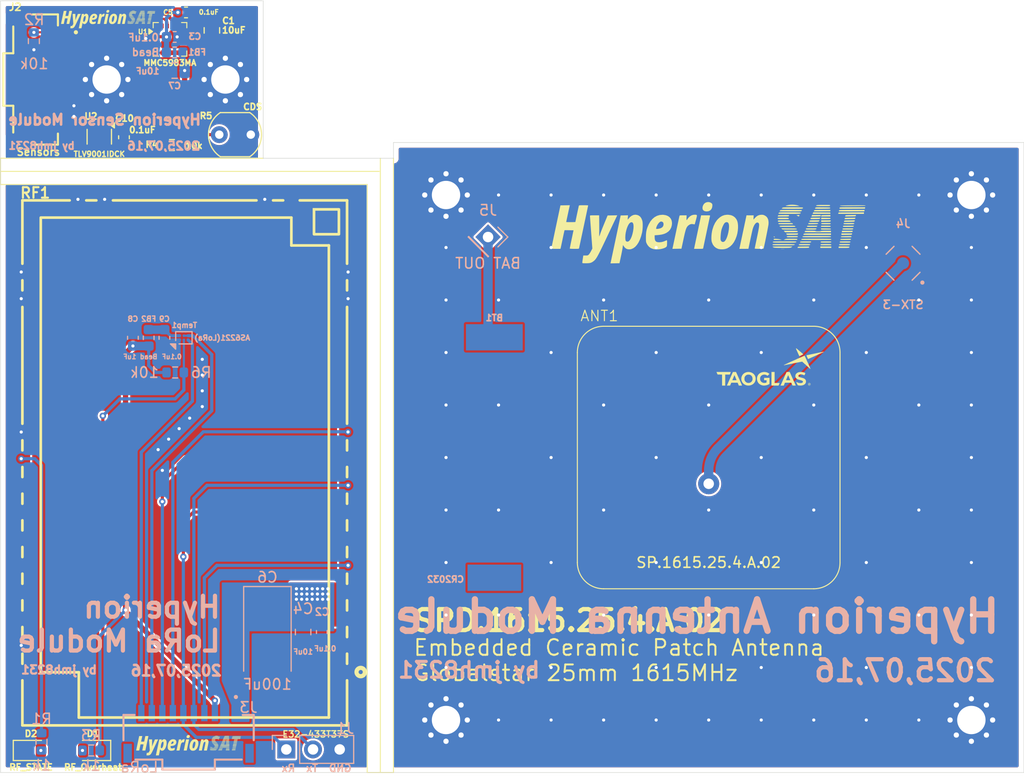
<source format=kicad_pcb>
(kicad_pcb (version 20241229) (generator "pcbnew") (generator_version "9.0")
  (layers (0 "F.Cu" signal) (2 "B.Cu" signal) (13 "F.Paste" user) (15 "B.Paste" user) (5 "F.SilkS" user "F.Silkscreen") (7 "B.SilkS" user "B.Silkscreen") (1 "F.Mask" user) (3 "B.Mask" user) (25 "Edge.Cuts" user))
  (net 0 "")
  (net 1 "Net-(ANT1-A)")
  (net 2 "GND2")
  (net 3 "Net-(U1-CAP)")
  (net 4 "GND")
  (net 5 "Net-(U1-VDD)")
  (net 6 "+12V")
  (net 7 "+3.3V")
  (net 8 "Net-(Temp1-VDD)")
  (net 9 "MMC5983MA_SCK")
  (net 10 "Net-(D1-A)")
  (net 11 "MMC5983MA_INT")
  (net 12 "MMC5983MA_CS")
  (net 13 "MMC5983MA_MISO")
  (net 14 "RF_Rx")
  (net 15 "RF_Tx")
  (net 16 "RF_TEMP_INT")
  (net 17 "RF_RST")
  (net 18 "RF_M0")
  (net 19 "RF_M1")
  (net 20 "CDS_Bottom")
  (net 21 "RF_State")
  (net 22 "Net-(U2-+)")
  (net 34 "MMC5983MA_MOSI")
  (net 37 "Net-(D2-A)")
  (net 38 "AS6221_SDA")
  (net 39 "AS6221_SCL")
  (net 42 "+3.3VA")
  (net 43 "GND3")
  (net 44 "Net-(BT1-+)")
  (footprint "Package_TO_SOT_SMD:SOT-353_SC-70-5" (layer "F.Cu") (at 172.000001 49.45 -90)
    (property "Reference" "U2")
    (property "Value" "TLV9001IDCK")
  )
  (footprint "LOGO" (layer "F.Cu") (at 230 58.6)
    (property "Reference" "G***" (hide yes))
    (property "Value" "LOGO" (hide yes))
  )
  (footprint "Resistor_SMD:R_0603_1608Metric" (layer "F.Cu") (at 178.915 50.24)
    (property "Reference" "R4")
    (property "Value" "10k")
  )
  (footprint "LOGO" (layer "F.Cu") (at 172.85 38.25)
    (property "Reference" "G***" (hide yes))
    (property "Value" "LOGO" (hide yes))
  )
  (footprint "Capacitor_SMD:C_0603_1608Metric" (layer "F.Cu") (at 180.253 37.61 180)
    (property "Reference" "C5")
    (property "Value" "0.1uF")
  )
  (footprint "Capacitor_SMD:C_0805_2012Metric" (layer "F.Cu") (at 182.7168 39.321999 90)
    (property "Reference" "C1")
    (property "Value" "10uF")
  )
  (footprint "LED_SMD:LED_0805_2012Metric" (layer "F.Cu") (at 165.5 107.9)
    (property "Reference" "D2")
    (property "Value" "RF_STATE")
  )
  (footprint "PCB:E32-433T37S" (layer "F.Cu") (at 164.68055 55.51095)
    (property "Reference" "RF1")
    (property "Value" "E32-433T37S")
  )
  (footprint "Capacitor_SMD:C_0603_1608Metric" (layer "F.Cu") (at 174.350001 49.5 90)
    (property "Reference" "C10")
    (property "Value" "0.1uF")
  )
  (footprint "PCB:SP.1615.25.4.A.02" (layer "F.Cu") (at 230 80)
    (property "Reference" "ANT1")
    (property "Value" "SP.1615.25.4.A.02")
  )
  (footprint "PCB:SAMTEC_T1M-10-F-SH-L-K" (layer "F.Cu") (at 168.237502 44 -90)
    (property "Reference" "J2")
    (property "Value" "Sensors")
  )
  (footprint "LED_SMD:LED_0805_2012Metric" (layer "F.Cu") (at 171.4 107.9 180)
    (property "Reference" "D1")
    (property "Value" "RF_Overheat")
  )
  (footprint "MountingHole:MountingHole_2.7mm_M2.5_Pad_Via" (layer "F.Cu") (at 172.700001 44 -90)
    (property "Reference" "H5" (hide yes))
    (property "Value" "MountingHole_Pad")
  )
  (footprint "MountingHole:MountingHole_2.7mm_M2.5_Pad_Via" (layer "F.Cu") (at 184.000001 44.000001 -90)
    (property "Reference" "H6" (hide yes))
    (property "Value" "MountingHole_Pad")
  )
  (footprint "MountingHole:MountingHole_2.7mm_M2.5_Pad_Via" (layer "F.Cu") (at 205 55)
    (property "Reference" "H1" (hide yes))
    (property "Value" "MountingHole_Pad" (hide yes))
  )
  (footprint "OptoDevice:R_LDR_5.0x4.1mm_P3mm_Vertical" (layer "F.Cu") (at 183.42 49.25)
    (property "Reference" "R5")
    (property "Value" "CDS")
  )
  (footprint "Package_LGA:LGA-16_3x3mm_P0.5mm" (layer "F.Cu") (at 178.729 40.1754)
    (property "Reference" "U1")
    (property "Value" "MMC5983MA")
  )
  (footprint "MountingHole:MountingHole_2.7mm_M2.5_Pad_Via" (layer "F.Cu") (at 255 105)
    (property "Reference" "H4" (hide yes))
    (property "Value" "MountingHole_Pad" (hide yes))
  )
  (footprint "LOGO" (layer "F.Cu") (at 180.5 107.4)
    (property "Reference" "G***" (hide yes))
    (property "Value" "LOGO" (hide yes))
  )
  (footprint "MountingHole:MountingHole_2.7mm_M2.5_Pad_Via" (layer "F.Cu") (at 255 55)
    (property "Reference" "H2" (hide yes))
    (property "Value" "MountingHole_Pad" (hide yes))
  )
  (footprint "MountingHole:MountingHole_2.7mm_M2.5_Pad_Via" (layer "F.Cu") (at 205 105)
    (property "Reference" "H3" (hide yes))
    (property "Value" "MountingHole_Pad" (hide yes))
  )
  (footprint "Resistor_SMD:R_0603_1608Metric" (layer "B.Cu") (at 165.775 40.34 -90)
    (property "Reference" "R2")
    (property "Value" "10k")
  )
  (footprint "Connector_PinHeader_2.54mm:PinHeader_1x03_P2.54mm_Vertical" (layer "B.Cu") (at 189.8 107.8 -90)
    (property "Reference" "J1")
    (property "Value" "RF_UART")
  )
  (footprint "PCB:LINX_CONMMCX001-SMD-T" (layer "B.Cu") (at 248.5 61.5 135)
    (property "Reference" "J4")
    (property "Value" "STX-3")
  )
  (footprint "Capacitor_SMD:C_0603_1608Metric" (layer "B.Cu") (at 193.18045 96.6209 -90)
    (property "Reference" "C2")
    (property "Value" "0.1uF")
  )
  (footprint "Capacitor_SMD:C_0603_1608Metric" (layer "B.Cu") (at 175.2 68.6 -90)
    (property "Reference" "C8")
    (property "Value" "1uF")
  )
  (footprint "Resistor_SMD:R_0603_1608Metric" (layer "B.Cu") (at 171.225 107.9 180)
    (property "Reference" "R3")
    (property "Value" "1k")
  )
  (footprint "PCB:BAT-HLD-001" (layer "B.Cu") (at 209.6 80 -90)
    (property "Reference" "BT1")
    (property "Value" "CR2032")
  )
  (footprint "Inductor_SMD:L_0603_1608Metric" (layer "B.Cu") (at 179.1738 41.42)
    (property "Reference" "FB1")
    (property "Value" "Bead")
  )
  (footprint "Capacitor_SMD:C_0805_2012Metric" (layer "B.Cu") (at 179.1738 43.1472 180)
    (property "Reference" "C7")
    (property "Value" "10uF")
  )
  (footprint "Resistor_SMD:R_0603_1608Metric" (layer "B.Cu") (at 166.5 107.075 -90)
    (property "Reference" "R1")
    (property "Value" "1k")
  )
  (footprint "Capacitor_Tantalum_SMD:CP_EIA-7343-43_Kemet-X" (layer "B.Cu") (at 188 96.7 -90)
    (property "Reference" "C6")
    (property "Value" "100uF")
  )
  (footprint "Inductor_SMD:L_0603_1608Metric" (layer "B.Cu") (at 176.7 68.6 90)
    (property "Reference" "FB2")
    (property "Value" "Bead")
  )
  (footprint "Resistor_SMD:R_0603_1608Metric" (layer "B.Cu") (at 179.225 71.9)
    (property "Reference" "R6")
    (property "Value" "10k")
  )
  (footprint "PCB:SAMTEC_T1M-10-F-SH-L-K" (layer "B.Cu") (at 180.5 104.3425 180)
    (property "Reference" "J3")
    (property "Value" "LoRa")
  )
  (footprint "Capacitor_SMD:C_0603_1608Metric" (layer "B.Cu") (at 179.1738 39.9468 180)
    (property "Reference" "C3")
    (property "Value" "0.1uF")
  )
  (footprint "Capacitor_SMD:C_0603_1608Metric" (layer "B.Cu") (at 178.2 68.6 -90)
    (property "Reference" "C9")
    (property "Value" "0.1uF")
  )
  (footprint "Connector_PinHeader_2.54mm:PinHeader_1x01_P2.54mm_Vertical" (layer "B.Cu") (at 209 59 135)
    (property "Reference" "J5")
    (property "Value" "BAT OUT")
  )
  (footprint "Capacitor_SMD:C_0805_2012Metric" (layer "B.Cu") (at 191.4 96.6209 -90)
    (property "Reference" "C4")
    (property "Value" "10uF")
  )
  (footprint "Package_CSP:WLCSP-6_1.4x1.0mm_P0.4mm" (layer "B.Cu") (at 180.05 68.6)
    (property "Reference" "Temp1")
    (property "Value" "AS6221(LoRa)")
  )
  (gr_rect (start 190.26 92) (end 196.6 96) (stroke (width 0.2)) (fill yes) (layer "F.Cu") (net 6))
  (gr_poly (pts (xy 186.196 105.081) (xy 186.196 101.525) (xy 186.196 96.445) (xy 183.76 96.45) (xy 183.76 101.271) (xy 184.672 103.557) (xy 184.672 105.081)) (stroke (width 0.2)) (fill yes) (layer "B.Cu") (net 6))
  (gr_rect (start 183.76 92) (end 194.26 96.45) (stroke (width 0.2)) (fill yes) (layer "B.Cu") (net 6))
  (gr_line (start 197.5 54) (end 162.6 54) (stroke (width 0.1)) (layer "F.SilkS"))
  (gr_line (start 162.6 54) (end 162.6 51.5) (stroke (width 0.1)) (layer "F.SilkS"))
  (gr_line (start 198.75 110) (end 198.75 51.5) (stroke (width 0.1)) (layer "F.SilkS"))
  (gr_line (start 197.5 110) (end 197.5 54) (stroke (width 0.1)) (layer "F.SilkS"))
  (gr_line (start 200 51.5) (end 200 110) (stroke (width 0.1)) (layer "F.SilkS"))
  (gr_line (start 162.6 52.75) (end 198.7 52.75) (stroke (width 0.1)) (layer "F.SilkS"))
  (gr_line (start 187.600001 51.5) (end 162.6 51.5) (stroke (width 0.1)) (layer "F.SilkS"))
  (gr_line (start 197.5 110) (end 200 110) (stroke (width 0.1)) (layer "F.SilkS"))
  (gr_line (start 260 110) (end 260 50) (stroke (width 0.05)) (layer "Edge.Cuts"))
  (gr_line (start 200 51.5) (end 187.6 51.5) (stroke (width 0.05)) (layer "Edge.Cuts"))
  (gr_line (start 260 50) (end 200 50) (stroke (width 0.05)) (layer "Edge.Cuts"))
  (gr_line (start 162.600001 36.5) (end 162.6 110) (stroke (width 0.05)) (layer "Edge.Cuts"))
  (gr_line (start 187.6 50) (end 187.600001 36.5) (stroke (width 0.05)) (layer "Edge.Cuts"))
  (gr_line (start 162.6 110) (end 260 110) (stroke (width 0.05)) (layer "Edge.Cuts"))
  (gr_line (start 200 50) (end 200 51.5) (stroke (width 0.05)) (layer "Edge.Cuts"))
  (gr_line (start 187.600001 36.5) (end 162.6 36.5) (stroke (width 0.05)) (layer "Edge.Cuts"))
  (gr_line (start 187.6 51.5) (end 187.6 50) (stroke (width 0.05)) (layer "Edge.Cuts"))
  (gr_text "SPD.1615.25.4.A.02" (at 201.7 96.7 0) (layer "F.SilkS") (effects (font (size 2 2) (thickness 0.4) (bold yes)) (justify left bottom)))
  (gr_text "Embedded Ceramic Patch Antenna\nGlobalstar 25mm 1615MHz" (at 201.8 101.4 0) (layer "F.SilkS") (effects (font (size 1.5 1.5) (thickness 0.1875)) (justify left bottom)))
  (gr_text "GND  Tx  Rx" (at 196.1 110 0) (layer "B.SilkS") (effects (font (size 0.7 0.7)) (justify left bottom mirror)))
  (gr_text "by jmh8231" (at 214.1 101.119 0) (layer "B.SilkS") (effects (font (size 1.5 1.5) (thickness 0.3) (bold yes)) (justify left bottom mirror)))
  (gr_text "2025,07,16" (at 183.76 100.89 0) (layer "B.SilkS") (effects (font (size 1 1) (thickness 0.25) (bold yes)) (justify left bottom mirror)))
  (gr_text "2025,07,16" (at 257.5 101.475 0) (layer "B.SilkS") (effects (font (size 2 2) (thickness 0.4) (bold yes)) (justify left bottom mirror)))
  (gr_text "by jmh8231" (at 171.88 100.69 0) (layer "B.SilkS") (effects (font (size 0.8 0.8) (thickness 0.2) (bold yes)) (justify left bottom mirror)))
  (gr_text "Hyperion \nLoRa Module" (at 183.75 98.65 0) (layer "B.SilkS") (effects (font (size 2 2) (thickness 0.4) (bold yes)) (justify left bottom mirror)))
  (gr_text "by jmh8231" (at 169.76 50.72 0) (layer "B.SilkS") (effects (font (size 0.7 0.7) (thickness 0.175) (bold yes)) (justify left bottom mirror)))
  (gr_text "2025,07,16" (at 181.67 50.8 0) (layer "B.SilkS") (effects (font (size 0.8 0.8) (thickness 0.2) (bold yes)) (justify left bottom mirror)))
  (gr_text "Hyperion Antenna Module" (at 258 96.903 0) (layer "B.SilkS") (effects (font (size 3 3) (thickness 0.6) (bold yes)) (justify left bottom mirror)))
  (gr_text "Hyperion Sensor Module" (at 181.81 48.42 0) (layer "B.SilkS") (effects (font (size 1 1) (thickness 0.25) (bold yes)) (justify left bottom mirror)))
  (segment (start 230 82.5) (end 230 81.242641) (width 0.8887) (layer "B.Cu") (net 1))
  (segment (start 230.87868 79.12132) (end 248.5 61.5) (width 0.8887) (layer "B.Cu") (net 1))
  (arc (start 230 81.242641) (mid 230.228362 80.09459) (end 230.87868 79.12132) (width 0.8887) (layer "B.Cu") (net 1))
  (via (at 181.8 72.15) (size 0.6) (drill 0.3) (layers "F.Cu" "B.Cu") (net 2))
  (via (at 164.56965 77.57245) (size 0.6) (drill 0.3) (layers "F.Cu" "B.Cu") (net 2))
  (via (at 178 81.225) (size 0.6) (drill 0.3) (layers "F.Cu" "B.Cu") (net 2))
  (via (at 164.56965 62.33245) (size 0.6) (drill 0.3) (layers "F.Cu" "B.Cu") (net 2))
  (via (at 164.56965 64.87245) (size 0.6) (drill 0.3) (layers "F.Cu" "B.Cu") (net 2))
  (via (at 177.6 79.25) (size 0.6) (drill 0.3) (layers "F.Cu" "B.Cu") (net 2))
  (via (at 164.56965 97.89245) (size 0.6) (drill 0.3) (layers "F.Cu" "B.Cu") (net 2))
  (via (at 195.67955 62.33245) (size 0.6) (drill 0.3) (layers "F.Cu" "B.Cu") (net 2))
  (via (at 179.6 77.25) (size 0.6) (drill 0.3) (layers "F.Cu" "B.Cu") (net 2))
  (via (at 187.74935 55.41215) (size 0.6) (drill 0.3) (layers "F.Cu" "B.Cu") (net 2))
  (via (at 181.8 73.65) (size 0.6) (drill 0.3) (layers "F.Cu" "B.Cu") (net 2))
  (via (at 180.6 76.25) (size 0.6) (drill 0.3) (layers "F.Cu" "B.Cu") (net 2))
  (via (at 172.50935 55.41215) (size 0.6) (drill 0.3) (layers "F.Cu" "B.Cu") (net 2))
  (via (at 169.96935 55.41215) (size 0.6) (drill 0.3) (layers "F.Cu" "B.Cu") (net 2))
  (via (at 181.8 70.65) (size 0.6) (drill 0.3) (layers "F.Cu" "B.Cu") (net 2))
  (via (at 178.6 78.25) (size 0.6) (drill 0.3) (layers "F.Cu" "B.Cu") (net 2))
  (via (at 181.8 75.15) (size 0.6) (drill 0.3) (layers "F.Cu" "B.Cu") (net 2))
  (via (at 195.67955 64.87245) (size 0.6) (drill 0.3) (layers "F.Cu" "B.Cu") (net 2))
  (segment (start 194.879999 107.8) (end 193.311499 109.3685) (width 0.2) (layer "B.Cu") (net 2))
  (segment (start 185.451 109.399) (end 165.549 109.399) (width 0.2) (layer "B.Cu") (net 2))
  (segment (start 165.549 109.399) (end 164.6 108.45) (width 0.2) (layer "B.Cu") (net 2))
  (segment (start 185.5185 109.3685) (end 185.5 109.35) (width 0.2) (layer "B.Cu") (net 2))
  (segment (start 179.65 68.8) (end 178.775 68.8) (width 0.3) (layer "B.Cu") (net 2))
  (segment (start 185.5 109.35) (end 185.451 109.399) (width 0.2) (layer "B.Cu") (net 2))
  (segment (start 164.6 108.45) (end 164.6 97.9228) (width 0.2) (layer "B.Cu") (net 2))
  (segment (start 178.775 68.8) (end 178.2 69.375) (width 0.3) (layer "B.Cu") (net 2))
  (segment (start 193.311499 109.3685) (end 185.5185 109.3685) (width 0.2) (layer "B.Cu") (net 2))
  (segment (start 164.6 97.9228) (end 164.56965 97.89245) (width 0.2) (layer "B.Cu") (net 2))
  (segment (start 182.563398 40.4254) (end 182.7168 40.271998) (width 0.3) (layer "F.Cu") (net 3))
  (segment (start 180.004 40.4254) (end 182.563398 40.4254) (width 0.3) (layer "F.Cu") (net 3))
  (segment (start 181.1634 39.9254) (end 182.7168 38.372) (width 0.3) (layer "F.Cu") (net 4))
  (segment (start 180.004 39.9254) (end 181.1634 39.9254) (width 0.3) (layer "F.Cu") (net 4))
  (segment (start 180.004 39.9254) (end 179.422822 39.9254) (width 0.3) (layer "F.Cu") (net 4))
  (segment (start 179.422822 39.9254) (end 179.407767 39.940455) (width 0.3) (layer "F.Cu") (net 4))
  (via (at 169.585 46.5) (size 0.6) (drill 0.3) (layers "F.Cu" "B.Cu") (net 4))
  (via (at 165.775 41.165) (size 0.6) (drill 0.3) (layers "F.Cu" "B.Cu") (net 4))
  (via (at 169.585 47.516) (size 0.6) (drill 0.3) (layers "F.Cu" "B.Cu") (net 4))
  (via (at 179.407767 39.940455) (size 0.6) (drill 0.3) (layers "F.Cu" "B.Cu") (net 4))
  (via (at 176.43 40.09) (size 0.6) (drill 0.3) (layers "F.Cu" "B.Cu") (net 4))
  (segment (start 177.454 39.9254) (end 178.3774 39.9254) (width 0.3) (layer "F.Cu") (net 5))
  (segment (start 179.479 37.611) (end 179.478 37.61) (width 0.3) (layer "F.Cu") (net 5))
  (segment (start 179.479 38.9004) (end 179.479 37.611) (width 0.3) (layer "F.Cu") (net 5))
  (segment (start 178.3774 39.9254) (end 178.3988 39.9468) (width 0.3) (layer "F.Cu") (net 5))
  (via (at 178.3988 39.9468) (size 0.6) (drill 0.3) (layers "F.Cu" "B.Cu") (net 5))
  (via (at 179.478 37.61) (size 0.6) (drill 0.3) (layers "F.Cu" "B.Cu") (net 5))
  (segment (start 178.3988 38.118) (end 178.9068 37.61) (width 0.3) (layer "B.Cu") (net 5))
  (segment (start 178.3988 41.407499) (end 178.386299 41.42) (width 0.5) (layer "B.Cu") (net 5))
  (segment (start 178.3988 39.9468) (end 178.3988 38.118) (width 0.3) (layer "B.Cu") (net 5))
  (segment (start 178.3988 39.9468) (end 178.3988 41.407499) (width 0.5) (layer "B.Cu") (net 5))
  (segment (start 178.9068 37.61) (end 179.478 37.61) (width 0.3) (layer "B.Cu") (net 5))
  (via (at 192.26 93) (size 0.6) (drill 0.3) (layers "F.Cu" "B.Cu") (net 6))
  (via (at 193.26 92.5) (size 0.6) (drill 0.3) (layers "F.Cu" "B.Cu") (net 6))
  (via (at 192.76 93) (size 0.6) (drill 0.3) (layers "F.Cu" "B.Cu") (net 6))
  (via (at 190.76 93) (size 0.6) (drill 0.3) (layers "F.Cu" "B.Cu") (net 6))
  (via (at 191.26 93.5) (size 0.6) (drill 0.3) (layers "F.Cu" "B.Cu") (net 6))
  (via (at 191.76 92.5) (size 0.6) (drill 0.3) (layers "F.Cu" "B.Cu") (net 6))
  (via (at 193.76 93) (size 0.6) (drill 0.3) (layers "F.Cu" "B.Cu") (net 6))
  (via (at 190.76 92.5) (size 0.6) (drill 0.3) (layers "F.Cu" "B.Cu") (net 6))
  (via (at 192.26 93.5) (size 0.6) (drill 0.3) (layers "F.Cu" "B.Cu") (net 6))
  (via (at 191.26 93) (size 0.6) (drill 0.3) (layers "F.Cu" "B.Cu") (net 6))
  (via (at 193.26 93) (size 0.6) (drill 0.3) (layers "F.Cu" "B.Cu") (net 6))
  (via (at 193.76 93.5) (size 0.6) (drill 0.3) (layers "F.Cu" "B.Cu") (net 6))
  (via (at 192.76 92.5) (size 0.6) (drill 0.3) (layers "F.Cu" "B.Cu") (net 6))
  (via (at 192.26 92.5) (size 0.6) (drill 0.3) (layers "F.Cu" "B.Cu") (net 6))
  (via (at 190.76 93.5) (size 0.6) (drill 0.3) (layers "F.Cu" "B.Cu") (net 6))
  (via (at 192.76 93.5) (size 0.6) (drill 0.3) (layers "F.Cu" "B.Cu") (net 6))
  (via (at 191.26 92.5) (size 0.6) (drill 0.3) (layers "F.Cu" "B.Cu") (net 6))
  (via (at 193.76 92.5) (size 0.6) (drill 0.3) (layers "F.Cu" "B.Cu") (net 6))
  (via (at 191.76 93) (size 0.6) (drill 0.3) (layers "F.Cu" "B.Cu") (net 6))
  (via (at 191.76 93.5) (size 0.6) (drill 0.3) (layers "F.Cu" "B.Cu") (net 6))
  (via (at 193.26 93.5) (size 0.6) (drill 0.3) (layers "F.Cu" "B.Cu") (net 6))
  (segment (start 167.2068 45.5) (end 168.237502 45.5) (width 0.5) (layer "F.Cu") (net 7))
  (segment (start 180.123799 44.470201) (end 180.123799 43.1472) (width 0.5) (layer "F.Cu") (net 7))
  (segment (start 168.237502 44.499999) (end 168.712502 44.499999) (width 0.5) (layer "F.Cu") (net 7))
  (segment (start 174.350001 50.275) (end 178.055 50.275) (width 0.3) (layer "F.Cu") (net 7))
  (segment (start 171.363503 47.151) (end 177.443 47.151) (width 0.5) (layer "F.Cu") (net 7))
  (segment (start 177.443 47.151) (end 180.123799 44.470201) (width 0.5) (layer "F.Cu") (net 7))
  (segment (start 172.650001 50.4) (end 174.225001 50.4) (width 0.3) (layer "F.Cu") (net 7))
  (segment (start 174.350001 50.726599) (end 173.8776 51.199) (width 0.5) (layer "F.Cu") (net 7))
  (segment (start 168.712502 44.499999) (end 171.363503 47.151) (width 0.5) (layer "F.Cu") (net 7))
  (segment (start 178.055 50.275) (end 178.09 50.24) (width 0.3) (layer "F.Cu") (net 7))
  (segment (start 174.225001 50.4) (end 174.350001 50.275) (width 0.3) (layer "F.Cu") (net 7))
  (segment (start 168.237502 45.5) (end 168.237502 44.499999) (width 0.5) (layer "F.Cu") (net 7))
  (segment (start 167.0704 51.199) (end 165.8766 50.0052) (width 0.5) (layer "F.Cu") (net 7))
  (segment (start 165.8766 50.0052) (end 165.8766 46.8302) (width 0.5) (layer "F.Cu") (net 7))
  (segment (start 174.350001 50.275) (end 174.350001 50.726599) (width 0.5) (layer "F.Cu") (net 7))
  (segment (start 173.8776 51.199) (end 167.0704 51.199) (width 0.5) (layer "F.Cu") (net 7))
  (segment (start 165.8766 46.8302) (end 167.2068 45.5) (width 0.5) (layer "F.Cu") (net 7))
  (via (at 180.123799 43.1472) (size 0.6) (drill 0.3) (layers "F.Cu" "B.Cu") (net 7))
  (segment (start 179.961301 41.42) (end 179.961301 42.984702) (width 0.5) (layer "B.Cu") (net 7))
  (segment (start 179.961301 42.984702) (end 180.123799 43.1472) (width 0.5) (layer "B.Cu") (net 7))
  (segment (start 178.2 67.825) (end 176.712501 67.825) (width 0.8) (layer "B.Cu") (net 8))
  (segment (start 178.775 68.4) (end 178.2 67.825) (width 0.3) (layer "B.Cu") (net 8))
  (segment (start 176.712501 67.825) (end 176.7 67.812499) (width 0.8) (layer "B.Cu") (net 8))
  (segment (start 179.65 68.4) (end 178.775 68.4) (width 0.3) (layer "B.Cu") (net 8))
  (segment (start 171.818814 39.4254) (end 177.454 39.4254) (width 0.2) (layer "F.Cu") (net 9))
  (segment (start 169.622893 41.207107) (end 171.111707 39.718293) (width 0.2) (layer "F.Cu") (net 9))
  (segment (start 168.237502 41.5) (end 168.915786 41.5) (width 0.2) (layer "F.Cu") (net 9))
  (arc (start 171.111707 39.718293) (mid 171.43613 39.50152) (end 171.818814 39.4254) (width 0.2) (layer "F.Cu") (net 9))
  (arc (start 169.622893 41.207107) (mid 169.29847 41.42388) (end 168.915786 41.5) (width 0.2) (layer "F.Cu") (net 9))
  (via (at 170.4 107.9) (size 0.6) (drill 0.3) (layers "F.Cu" "B.Cu") (net 10))
  (segment (start 165.790001 39.499999) (end 165.775 39.515) (width 0.2) (layer "F.Cu") (net 11))
  (segment (start 178.15 38.22) (end 178.479 38.549) (width 0.2) (layer "F.Cu") (net 11))
  (segment (start 170.052894 39.207106) (end 170.747107 38.512893) (width 0.2) (layer "F.Cu") (net 11))
  (segment (start 168.237502 39.499999) (end 169.345787 39.499999) (width 0.2) (layer "F.Cu") (net 11))
  (segment (start 171.454214 38.22) (end 178.15 38.22) (width 0.2) (layer "F.Cu") (net 11))
  (segment (start 178.479 38.549) (end 178.479 38.9004) (width 0.2) (layer "F.Cu") (net 11))
  (segment (start 168.237502 39.499999) (end 165.790001 39.499999) (width 0.2) (layer "F.Cu") (net 11))
  (via (at 165.775 39.515) (size 0.6) (drill 0.3) (layers "F.Cu" "B.Cu") (net 11))
  (arc (start 170.747107 38.512893) (mid 171.07153 38.29612) (end 171.454214 38.22) (width 0.2) (layer "F.Cu") (net 11))
  (arc (start 169.345787 39.499999) (mid 169.728471 39.423879) (end 170.052894 39.207106) (width 0.2) (layer "F.Cu") (net 11))
  (segment (start 168.237502 42.5) (end 168.625786 42.5) (width 0.2) (layer "F.Cu") (net 12))
  (segment (start 171.774214 40.18) (end 175.225786 40.18) (width 0.2) (layer "F.Cu") (net 12))
  (segment (start 176.799614 40.9254) (end 177.454 40.9254) (width 0.2) (layer "F.Cu") (net 12))
  (segment (start 175.932893 40.472893) (end 176.092507 40.632507) (width 0.2) (layer "F.Cu") (net 12))
  (segment (start 169.332893 42.207107) (end 171.067107 40.472893) (width 0.2) (layer "F.Cu") (net 12))
  (arc (start 175.225786 40.18) (mid 175.608469 40.25612) (end 175.932893 40.472893) (width 0.2) (layer "F.Cu") (net 12))
  (arc (start 171.067107 40.472893) (mid 171.39153 40.25612) (end 171.774214 40.18) (width 0.2) (layer "F.Cu") (net 12))
  (arc (start 169.332893 42.207107) (mid 169.00847 42.42388) (end 168.625786 42.5) (width 0.2) (layer "F.Cu") (net 12))
  (arc (start 176.799614 40.9254) (mid 176.416931 40.84928) (end 176.092507 40.632507) (width 0.2) (layer "F.Cu") (net 12))
  (segment (start 168.769999 43.500001) (end 171.137107 41.132893) (width 0.2) (layer "F.Cu") (net 13))
  (segment (start 168.237502 43.500001) (end 168.769999 43.500001) (width 0.2) (layer "F.Cu") (net 13))
  (segment (start 175.212093 41.132893) (end 175.236707 41.157507) (width 0.2) (layer "F.Cu") (net 13))
  (segment (start 171.844214 40.84) (end 174.504986 40.84) (width 0.2) (layer "F.Cu") (net 13))
  (segment (start 175.943814 41.4504) (end 177.979 41.4504) (width 0.2) (layer "F.Cu") (net 13))
  (arc (start 171.137107 41.132893) (mid 171.46153 40.91612) (end 171.844214 40.84) (width 0.2) (layer "F.Cu") (net 13))
  (arc (start 175.236707 41.157507) (mid 175.56113 41.37428) (end 175.943814 41.4504) (width 0.2) (layer "F.Cu") (net 13))
  (arc (start 175.212093 41.132893) (mid 174.88767 40.91612) (end 174.504986 40.84) (width 0.2) (layer "F.Cu") (net 13))
  (via (at 195.67955 82.65245) (size 0.6) (drill 0.3) (layers "F.Cu" "B.Cu") (net 14))
  (segment (start 190.44 105.9) (end 192.34 107.8) (width 0.3) (layer "B.Cu") (net 14))
  (segment (start 181.482499 105.9) (end 190.44 105.9) (width 0.3) (layer "B.Cu") (net 14))
  (segment (start 180.999999 83.900001) (end 182.25 82.65) (width 0.3) (layer "B.Cu") (net 14))
  (segment (start 195.6771 82.65) (end 195.67955 82.65245) (width 0.3) (layer "B.Cu") (net 14))
  (segment (start 180.999999 104.3425) (end 180.999999 83.900001) (width 0.3) (layer "B.Cu") (net 14))
  (segment (start 180.999999 104.3425) (end 180.999999 105.4175) (width 0.3) (layer "B.Cu") (net 14))
  (segment (start 182.25 82.65) (end 195.6771 82.65) (width 0.3) (layer "B.Cu") (net 14))
  (segment (start 180.999999 105.4175) (end 181.482499 105.9) (width 0.3) (layer "B.Cu") (net 14))
  (segment (start 180 89.45) (end 180 86.15) (width 0.3) (layer "F.Cu") (net 15))
  (segment (start 180.95755 85.19245) (end 195.67955 85.19245) (width 0.3) (layer "F.Cu") (net 15))
  (segment (start 180 86.15) (end 180.95755 85.19245) (width 0.3) (layer "F.Cu") (net 15))
  (via (at 180 89.45) (size 0.6) (drill 0.3) (layers "F.Cu" "B.Cu") (net 15))
  (segment (start 181.232501 106.65) (end 188.65 106.65) (width 0.3) (layer "B.Cu") (net 15))
  (segment (start 180.000001 104.3425) (end 180.000001 105.4175) (width 0.3) (layer "B.Cu") (net 15))
  (segment (start 180.000001 105.4175) (end 181.232501 106.65) (width 0.3) (layer "B.Cu") (net 15))
  (segment (start 180.000001 104.3425) (end 180 89.45) (width 0.3) (layer "B.Cu") (net 15))
  (segment (start 189.8 107.7868) (end 189.8 107.8) (width 0.3) (layer "B.Cu") (net 15))
  (segment (start 188.65 106.65) (end 189.8 107.8) (width 0.3) (layer "B.Cu") (net 15))
  (segment (start 172.337501 76.030899) (end 172.337501 107.9) (width 0.3) (layer "F.Cu") (net 16))
  (via (at 172.337501 76.030899) (size 0.6) (drill 0.3) (layers "F.Cu" "B.Cu") (net 16))
  (segment (start 179.2116 74.4146) (end 173.9538 74.4146) (width 0.3) (layer "B.Cu") (net 16))
  (segment (start 180.05 73.5762) (end 180.05 71.9) (width 0.3) (layer "B.Cu") (net 16))
  (segment (start 173.9538 74.4146) (end 172.337501 76.030899) (width 0.3) (layer "B.Cu") (net 16))
  (segment (start 179.2116 74.4146) (end 180.05 73.5762) (width 0.3) (layer "B.Cu") (net 16))
  (segment (start 180.05 68.799999) (end 180.05 71.9) (width 0.2) (layer "B.Cu") (net 16))
  (via (at 195.67955 90.27245) (size 0.6) (drill 0.3) (layers "F.Cu" "B.Cu") (net 17))
  (segment (start 182 91.4636) (end 183.19115 90.27245) (width 0.3) (layer "B.Cu") (net 17))
  (segment (start 183.19115 90.27245) (end 195.67955 90.27245) (width 0.3) (layer "B.Cu") (net 17))
  (segment (start 182 104.3425) (end 182 91.4636) (width 0.3) (layer "B.Cu") (net 17))
  (via (at 195.6713 77.5642) (size 0.6) (drill 0.3) (layers "F.Cu" "B.Cu") (net 18))
  (segment (start 195.6571 77.55) (end 195.6713 77.5642) (width 0.3) (layer "B.Cu") (net 18))
  (segment (start 179 80.45) (end 181.9 77.55) (width 0.3) (layer "B.Cu") (net 18))
  (segment (start 181.9 77.55) (end 195.6571 77.55) (width 0.3) (layer "B.Cu") (net 18))
  (segment (start 179 104.3425) (end 179 80.45) (width 0.3) (layer "B.Cu") (net 18))
  (segment (start 195.6713 77.5642) (end 195.67955 77.57245) (width 0.3) (layer "B.Cu") (net 18))
  (segment (start 178 84.2) (end 178 82.35) (width 0.3) (layer "F.Cu") (net 19))
  (segment (start 180.23755 80.11245) (end 195.67955 80.11245) (width 0.3) (layer "F.Cu") (net 19))
  (segment (start 178 82.35) (end 180.23755 80.11245) (width 0.3) (layer "F.Cu") (net 19))
  (via (at 178 84.2) (size 0.6) (drill 0.3) (layers "F.Cu" "B.Cu") (net 19))
  (segment (start 178 104.3425) (end 178 84.2) (width 0.3) (layer "B.Cu") (net 19))
  (segment (start 171.350001 50.4) (end 171.350001 48.5) (width 0.5) (layer "F.Cu") (net 20))
  (segment (start 171.350001 48.5) (end 168.237502 48.500001) (width 0.5) (layer "F.Cu") (net 20))
  (via (at 164.56965 80.11245) (size 0.6) (drill 0.3) (layers "F.Cu" "B.Cu") (net 21))
  (segment (start 166.5 80.753) (end 165.85945 80.11245) (width 0.3) (layer "B.Cu") (net 21))
  (segment (start 166.5 106.25) (end 166.5 80.753) (width 0.3) (layer "B.Cu") (net 21))
  (segment (start 165.85945 80.11245) (end 164.56965 80.11245) (width 0.3) (layer "B.Cu") (net 21))
  (segment (start 183.42 49.25) (end 179.8044 49.25) (width 0.3) (layer "F.Cu") (net 22))
  (segment (start 178.3496 47.924) (end 179.74 49.3144) (width 0.3) (layer "F.Cu") (net 22))
  (segment (start 179.74 49.3144) (end 179.74 50.24) (width 0.3) (layer "F.Cu") (net 22))
  (segment (start 172.650001 48.5) (end 173.226001 47.924) (width 0.3) (layer "F.Cu") (net 22))
  (segment (start 179.8044 49.25) (end 179.74 49.3144) (width 0.3) (layer "F.Cu") (net 22))
  (segment (start 173.226001 47.924) (end 178.3496 47.924) (width 0.3) (layer "F.Cu") (net 22))
  (segment (start 171.643814 38.9004) (end 177.979 38.9004) (width 0.2) (layer "F.Cu") (net 34))
  (segment (start 168.237502 40.5) (end 169.215786 40.5) (width 0.2) (layer "F.Cu") (net 34))
  (segment (start 169.922893 40.207107) (end 170.936707 39.193293) (width 0.2) (layer "F.Cu") (net 34))
  (arc (start 169.922893 40.207107) (mid 169.59847 40.42388) (end 169.215786 40.5) (width 0.2) (layer "F.Cu") (net 34))
  (arc (start 170.936707 39.193293) (mid 171.26113 38.97652) (end 171.643814 38.9004) (width 0.2) (layer "F.Cu") (net 34))
  (via (at 166.437501 107.9) (size 0.6) (drill 0.3) (layers "F.Cu" "B.Cu") (net 37))
  (segment (start 182.701592 70.193392) (end 180.9082 68.4) (width 0.3) (layer "B.Cu") (net 38))
  (segment (start 177 104.3425) (end 177 81.249) (width 0.3) (layer "B.Cu") (net 38))
  (segment (start 177 81.249) (end 182.701592 75.547408) (width 0.3) (layer "B.Cu") (net 38))
  (segment (start 180.05 68.400001) (end 180.45 68.4) (width 0.2) (layer "B.Cu") (net 38))
  (segment (start 180.9082 68.4) (end 180.45 68.4) (width 0.3) (layer "B.Cu") (net 38))
  (segment (start 182.701592 75.547408) (end 182.701592 70.193392) (width 0.3) (layer "B.Cu") (net 38))
  (segment (start 175.999999 104.3425) (end 175.999999 79.491868) (width 0.3) (layer "B.Cu") (net 39))
  (segment (start 180.8576 69.2076) (end 180.45 68.8) (width 0.3) (layer "B.Cu") (net 39))
  (segment (start 175.999999 79.491868) (end 180.8626 74.629267) (width 0.3) (layer "B.Cu") (net 39))
  (segment (start 180.8626 69.2076) (end 180.8576 69.2076) (width 0.3) (layer "B.Cu") (net 39))
  (segment (start 180.8626 74.629267) (end 180.8626 69.2076) (width 0.3) (layer "B.Cu") (net 39))
  (segment (start 174.5 70.075) (end 175.2 69.375) (width 0.5) (layer "F.Cu") (net 42))
  (segment (start 174.5 94.65) (end 174.5 94.53) (width 0.5) (layer "F.Cu") (net 42))
  (segment (start 183 103.15) (end 174.5 94.65) (width 0.5) (layer "F.Cu") (net 42))
  (segment (start 174.5 94.53) (end 174.5 70.075) (width 0.5) (layer "F.Cu") (net 42))
  (via (at 174.5 94.53) (size 0.6) (drill 0.3) (layers "F.Cu" "B.Cu") (net 42))
  (via (at 183 103.15) (size 0.6) (drill 0.3) (layers "F.Cu" "B.Cu") (net 42))
  (via (at 175.2 69.375) (size 0.6) (drill 0.3) (layers "F.Cu" "B.Cu") (net 42))
  (segment (start 172.05 96.98) (end 174.5 94.53) (width 0.3) (layer "B.Cu") (net 42))
  (segment (start 172.05 107.9) (end 172.05 96.98) (width 0.3) (layer "B.Cu") (net 42))
  (segment (start 183 104.3425) (end 183 103.15) (width 0.5) (layer "B.Cu") (net 42))
  (segment (start 175.212501 69.387501) (end 175.2 69.375) (width 0.8) (layer "B.Cu") (net 42))
  (segment (start 176.7 71.2426) (end 177.3574 71.9) (width 0.3) (layer "B.Cu") (net 42))
  (segment (start 176.7 69.387501) (end 176.7 71.2426) (width 0.3) (layer "B.Cu") (net 42))
  (segment (start 176.7 69.387501) (end 175.212501 69.387501) (width 0.8) (layer "B.Cu") (net 42))
  (segment (start 177.3574 71.9) (end 178.4 71.9) (width 0.3) (layer "B.Cu") (net 42))
  (via (at 225 105) (size 0.6) (drill 0.3) (layers "F.Cu" "B.Cu") (net 43))
  (via (at 245 105) (size 0.6) (drill 0.3) (layers "F.Cu" "B.Cu") (net 43))
  (via (at 255 75) (size 0.6) (drill 0.3) (layers "F.Cu" "B.Cu") (net 43))
  (via (at 230 65) (size 0.6) (drill 0.3) (layers "F.Cu" "B.Cu") (net 43))
  (via (at 255 95) (size 0.6) (drill 0.3) (layers "F.Cu" "B.Cu") (net 43))
  (via (at 220 75) (size 0.6) (drill 0.3) (layers "F.Cu" "B.Cu") (net 43))
  (via (at 235 60) (size 0.6) (drill 0.3) (layers "F.Cu" "B.Cu") (net 43))
  (via (at 215 70) (size 0.6) (drill 0.3) (layers "F.Cu" "B.Cu") (net 43))
  (via (at 215 100) (size 0.6) (drill 0.3) (layers "F.Cu" "B.Cu") (net 43))
  (via (at 235 105) (size 0.6) (drill 0.3) (layers "F.Cu" "B.Cu") (net 43))
  (via (at 230 75) (size 0.6) (drill 0.3) (layers "F.Cu" "B.Cu") (net 43))
  (via (at 255 65) (size 0.6) (drill 0.3) (layers "F.Cu" "B.Cu") (net 43))
  (via (at 235 80) (size 0.6) (drill 0.3) (layers "F.Cu" "B.Cu") (net 43))
  (via (at 215 105) (size 0.6) (drill 0.3) (layers "F.Cu" "B.Cu") (net 43))
  (via (at 205 65) (size 0.6) (drill 0.3) (layers "F.Cu" "B.Cu") (net 43))
  (via (at 210 75) (size 0.6) (drill 0.3) (layers "F.Cu" "B.Cu") (net 43))
  (via (at 250 105) (size 0.6) (drill 0.3) (layers "F.Cu" "B.Cu") (net 43))
  (via (at 230 85) (size 0.6) (drill 0.3) (layers "F.Cu" "B.Cu") (net 43))
  (via (at 215 60) (size 0.6) (drill 0.3) (layers "F.Cu" "B.Cu") (net 43))
  (via (at 210 95) (size 0.6) (drill 0.3) (layers "F.Cu" "B.Cu") (net 43))
  (via (at 255 100) (size 0.6) (drill 0.3) (layers "F.Cu" "B.Cu") (net 43))
  (via (at 220 105) (size 0.6) (drill 0.3) (layers "F.Cu" "B.Cu") (net 43))
  (via (at 255 80) (size 0.6) (drill 0.3) (layers "F.Cu" "B.Cu") (net 43))
  (via (at 235 90) (size 0.6) (drill 0.3) (layers "F.Cu" "B.Cu") (net 43))
  (via (at 250 95) (size 0.6) (drill 0.3) (layers "F.Cu" "B.Cu") (net 43))
  (via (at 205 75) (size 0.6) (drill 0.3) (layers "F.Cu" "B.Cu") (net 43))
  (via (at 235 100) (size 0.6) (drill 0.3) (layers "F.Cu" "B.Cu") (net 43))
  (via (at 225 60) (size 0.6) (drill 0.3) (layers "F.Cu" "B.Cu") (net 43))
  (via (at 210 65) (size 0.6) (drill 0.3) (layers "F.Cu" "B.Cu") (net 43))
  (via (at 255 70) (size 0.6) (drill 0.3) (layers "F.Cu" "B.Cu") (net 43))
  (via (at 220 95) (size 0.6) (drill 0.3) (layers "F.Cu" "B.Cu") (net 43))
  (via (at 250 85) (size 0.6) (drill 0.3) (layers "F.Cu" "B.Cu") (net 43))
  (via (at 240 95) (size 0.6) (drill 0.3) (layers "F.Cu" "B.Cu") (net 43))
  (via (at 225 55) (size 0.6) (drill 0.3) (layers "F.Cu" "B.Cu") (net 43))
  (via (at 245 70) (size 0.6) (drill 0.3) (layers "F.Cu" "B.Cu") (net 43))
  (via (at 205 70) (size 0.6) (drill 0.3) (layers "F.Cu" "B.Cu") (net 43))
  (via (at 245 55) (size 0.6) (drill 0.3) (layers "F.Cu" "B.Cu") (net 43))
  (via (at 245 100) (size 0.6) (drill 0.3) (layers "F.Cu" "B.Cu") (net 43))
  (via (at 205 95) (size 0.6) (drill 0.3) (layers "F.Cu" "B.Cu") (net 43))
  (via (at 225 90) (size 0.6) (drill 0.3) (layers "F.Cu" "B.Cu") (net 43))
  (via (at 225 70) (size 0.6) (drill 0.3) (layers "F.Cu" "B.Cu") (net 43))
  (via (at 225 100) (size 0.6) (drill 0.3) (layers "F.Cu" "B.Cu") (net 43))
  (via (at 230 95) (size 0.6) (drill 0.3) (layers "F.Cu" "B.Cu") (net 43))
  (via (at 240 55) (size 0.6) (drill 0.3) (layers "F.Cu" "B.Cu") (net 43))
  (via (at 210 105) (size 0.6) (drill 0.3) (layers "F.Cu" "B.Cu") (net 43))
  (via (at 245 90) (size 0.6) (drill 0.3) (layers "F.Cu" "B.Cu") (net 43))
  (via (at 225 80) (size 0.6) (drill 0.3) (layers "F.Cu" "B.Cu") (net 43))
  (via (at 205 80) (size 0.6) (drill 0.3) (layers "F.Cu" "B.Cu") (net 43))
  (via (at 240 105) (size 0.6) (drill 0.3) (layers "F.Cu" "B.Cu") (net 43))
  (via (at 215 80) (size 0.6) (drill 0.3) (layers "F.Cu" "B.Cu") (net 43))
  (via (at 235 70) (size 0.6) (drill 0.3) (layers "F.Cu" "B.Cu") (net 43))
  (via (at 210 85) (size 0.6) (drill 0.3) (layers "F.Cu" "B.Cu") (net 43))
  (via (at 240 65) (size 0.6) (drill 0.3) (layers "F.Cu" "B.Cu") (net 43))
  (via (at 240 75) (size 0.6) (drill 0.3) (layers "F.Cu" "B.Cu") (net 43))
  (via (at 205 60) (size 0.6) (drill 0.3) (layers "F.Cu" "B.Cu") (net 43))
  (via (at 220 55) (size 0.6) (drill 0.3) (layers "F.Cu" "B.Cu") (net 43))
  (via (at 230 55) (size 0.6) (drill 0.3) (layers "F.Cu" "B.Cu") (net 43))
  (via (at 205 100) (size 0.6) (drill 0.3) (layers "F.Cu" "B.Cu") (net 43))
  (via (at 255 90) (size 0.6) (drill 0.3) (layers "F.Cu" "B.Cu") (net 43))
  (via (at 210 55) (size 0.6) (drill 0.3) (layers "F.Cu" "B.Cu") (net 43))
  (via (at 250 65) (size 0.6) (drill 0.3) (layers "F.Cu" "B.Cu") (net 43))
  (via (at 245 80) (size 0.6) (drill 0.3) (layers "F.Cu" "B.Cu") (net 43))
  (via (at 230 105) (size 0.6) (drill 0.3) (layers "F.Cu" "B.Cu") (net 43))
  (via (at 215 55) (size 0.6) (drill 0.3) (layers "F.Cu" "B.Cu") (net 43))
  (via (at 255 85) (size 0.6) (drill 0.3) (layers "F.Cu" "B.Cu") (net 43))
  (via (at 250 75) (size 0.6) (drill 0.3) (layers "F.Cu" "B.Cu") (net 43))
  (via (at 205 85) (size 0.6) (drill 0.3) (layers "F.Cu" "B.Cu") (net 43))
  (via (at 205 90) (size 0.6) (drill 0.3) (layers "F.Cu" "B.Cu") (net 43))
  (via (at 235 55) (size 0.6) (drill 0.3) (layers "F.Cu" "B.Cu") (net 43))
  (via (at 255 60) (size 0.6) (drill 0.3) (layers "F.Cu" "B.Cu") (net 43))
  (via (at 220 85) (size 0.6) (drill 0.3) (layers "F.Cu" "B.Cu") (net 43))
  (via (at 215 90) (size 0.6) (drill 0.3) (layers "F.Cu" "B.Cu") (net 43))
  (via (at 240 85) (size 0.6) (drill 0.3) (layers "F.Cu" "B.Cu") (net 43))
  (via (at 250 55) (size 0.6) (drill 0.3) (layers "F.Cu" "B.Cu") (net 43))
  (via (at 220 65) (size 0.6) (drill 0.3) (layers "F.Cu" "B.Cu") (net 43))
  (via (at 245 60) (size 0.6) (drill 0.3) (layers "F.Cu" "B.Cu") (net 43))
  (segment (start 209 67.949999) (end 209.6 68.549999) (width 0.8887) (layer "B.Cu") (net 44))
  (segment (start 209 59) (end 209 67.949999) (width 0.8887) (layer "B.Cu") (net 44))
  (zone (net 4) (net_name "GND") (layers "F.Cu" "B.Cu") (priority 2) (connect_pads yes (clearance 0.2)) (min_thickness 0.25) (fill yes (thermal_gap 0.5) (thermal_bridge_width 0.5))
    (polygon (pts (xy 162.6 51.5) (xy 162.600001 36.5) (xy 187.600001 36.5) (xy 187.600001 51.5)))
  )
  (zone (net 2) (net_name "GND2") (layers "F.Cu" "B.Cu") (priority 1) (connect_pads yes (clearance 0.2)) (min_thickness 0.25) (fill yes (thermal_gap 0.5) (thermal_bridge_width 0.5))
    (polygon (pts (xy 197.5 54) (xy 162.6 54) (xy 162.6 110) (xy 197.5 110)))
  )
  (zone (net 43) (net_name "GND3") (layers "F.Cu" "B.Cu") (connect_pads yes (clearance 0.2)) (min_thickness 0.25) (fill yes (thermal_gap 0.5) (thermal_bridge_width 0.5))
    (polygon (pts (xy 200 50) (xy 200 110) (xy 260 110) (xy 260 50)))
  )
)
</source>
